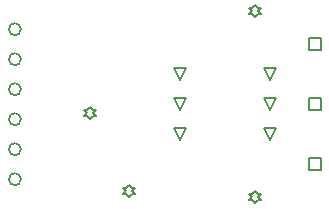
<source format=gbr>
%TF.GenerationSoftware,Altium Limited,Altium Designer,21.3.0 (21)*%
G04 Layer_Color=2752767*
%FSLAX45Y45*%
%MOMM*%
%TF.SameCoordinates,798F48EE-B9F3-42F3-8741-5E889E50E555*%
%TF.FilePolarity,Positive*%
%TF.FileFunction,Drawing*%
%TF.Part,Single*%
G01*
G75*
%TA.AperFunction,NonConductor*%
%ADD35C,0.12700*%
%ADD46C,0.16933*%
D35*
X25666699Y20269200D02*
Y20370799D01*
X25768301D01*
Y20269200D01*
X25666699D01*
Y19761200D02*
Y19862801D01*
X25768301D01*
Y19761200D01*
X25666699D01*
Y19253200D02*
Y19354800D01*
X25768301D01*
Y19253200D01*
X25666699D01*
X25336501Y19507201D02*
X25285699Y19608800D01*
X25387300D01*
X25336501Y19507201D01*
Y19761200D02*
X25285699Y19862801D01*
X25387300D01*
X25336501Y19761200D01*
Y20015199D02*
X25285699Y20116800D01*
X25387300D01*
X25336501Y20015199D01*
X24574500D02*
X24523700Y20116800D01*
X24625301D01*
X24574500Y20015199D01*
Y19761200D02*
X24523700Y19862801D01*
X24625301D01*
X24574500Y19761200D01*
Y19507201D02*
X24523700Y19608800D01*
X24625301D01*
X24574500Y19507201D01*
X25209500Y18973801D02*
X25234900Y18999200D01*
X25260300D01*
X25234900Y19024600D01*
X25260300Y19050000D01*
X25234900D01*
X25209500Y19075400D01*
X25184100Y19050000D01*
X25158701D01*
X25184100Y19024600D01*
X25158701Y18999200D01*
X25184100D01*
X25209500Y18973801D01*
X24142700Y19024600D02*
X24168100Y19050000D01*
X24193500D01*
X24168100Y19075400D01*
X24193500Y19100800D01*
X24168100D01*
X24142700Y19126199D01*
X24117300Y19100800D01*
X24091901D01*
X24117300Y19075400D01*
X24091901Y19050000D01*
X24117300D01*
X24142700Y19024600D01*
X23812500Y19685001D02*
X23837900Y19710400D01*
X23863300D01*
X23837900Y19735800D01*
X23863300Y19761200D01*
X23837900D01*
X23812500Y19786600D01*
X23787100Y19761200D01*
X23761700D01*
X23787100Y19735800D01*
X23761700Y19710400D01*
X23787100D01*
X23812500Y19685001D01*
X25209500Y20548599D02*
X25234900Y20574001D01*
X25260300D01*
X25234900Y20599400D01*
X25260300Y20624800D01*
X25234900D01*
X25209500Y20650200D01*
X25184100Y20624800D01*
X25158701D01*
X25184100Y20599400D01*
X25158701Y20574001D01*
X25184100D01*
X25209500Y20548599D01*
D46*
X23228300Y19177000D02*
G03*
X23228300Y19177000I-50800J0D01*
G01*
Y19431000D02*
G03*
X23228300Y19431000I-50800J0D01*
G01*
Y19685001D02*
G03*
X23228300Y19685001I-50800J0D01*
G01*
Y19939000D02*
G03*
X23228300Y19939000I-50800J0D01*
G01*
Y20447000D02*
G03*
X23228300Y20447000I-50800J0D01*
G01*
Y20192999D02*
G03*
X23228300Y20192999I-50800J0D01*
G01*
%TF.MD5,8878a7991dba8fbe158c6465bdacee11*%
M02*

</source>
